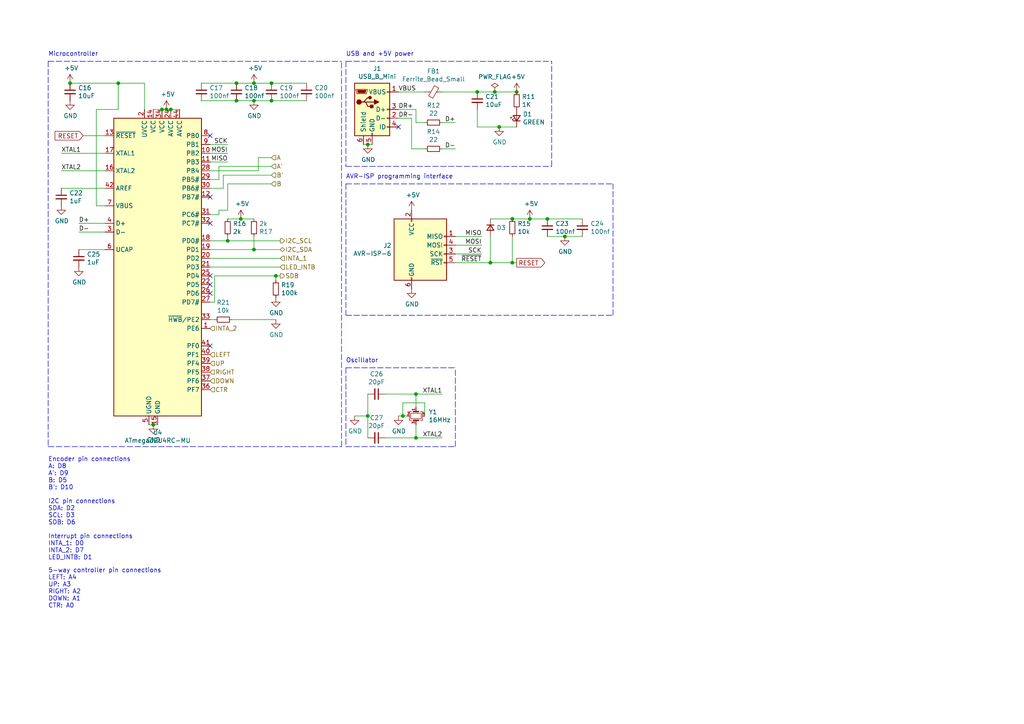
<source format=kicad_sch>
(kicad_sch (version 20211123) (generator eeschema)
  (paper "A4")
  (lib_symbols
    (symbol "CJ4-MFD-Menu-Panel:ATmega32U4RC-MU"
      (property "Reference" "U" (at -12.7 44.45 0))
      (property "Value" "ATmega32U4RC-MU" (at 2.54 -44.45 0))
      (symbol "ATmega32U4RC-MU_0_1"
        (rectangle (start -12.7 -43.18) (end 12.7 43.18) (stroke (width 0.254)) (fill (type background)))
      )
      (symbol "ATmega32U4RC-MU_1_1"
        (pin bidirectional line (at 15.24 -17.78 180) (length 2.54) (name "PE6") (number "1"))
        (pin bidirectional line (at 15.24 33.02 180) (length 2.54) (name "PB2") (number "10"))
        (pin bidirectional line (at 15.24 30.48 180) (length 2.54) (name "PB3") (number "11"))
        (pin bidirectional line (at 15.24 20.32 180) (length 2.54) (name "PB7#") (number "12"))
        (pin input line (at -15.24 38.1 0) (length 2.54) (name "~{RESET}") (number "13"))
        (pin power_in line (at -1.27 45.72 270) (length 2.54) (name "VCC") (number "14"))
        (pin power_in line (at 0 -45.72 90) (length 2.54) (name "GND") (number "15"))
        (pin output line (at -15.24 27.94 0) (length 2.54) (name "XTAL2") (number "16"))
        (pin input line (at -15.24 33.02 0) (length 2.54) (name "XTAL1") (number "17"))
        (pin bidirectional line (at 15.24 7.62 180) (length 2.54) (name "PD0#") (number "18"))
        (pin bidirectional line (at 15.24 5.08 180) (length 2.54) (name "PD1") (number "19"))
        (pin power_in line (at -3.81 45.72 270) (length 2.54) (name "UVCC") (number "2"))
        (pin bidirectional line (at 15.24 2.54 180) (length 2.54) (name "PD2") (number "20"))
        (pin bidirectional line (at 15.24 0 180) (length 2.54) (name "PD3") (number "21"))
        (pin bidirectional line (at 15.24 -5.08 180) (length 2.54) (name "PD5") (number "22"))
        (pin passive line (at 0 -45.72 90) (length 2.54) hide (name "GND") (number "23"))
        (pin power_in line (at 3.81 45.72 270) (length 2.54) (name "AVCC") (number "24"))
        (pin bidirectional line (at 15.24 -2.54 180) (length 2.54) (name "PD4") (number "25"))
        (pin bidirectional line (at 15.24 -7.62 180) (length 2.54) (name "PD6") (number "26"))
        (pin bidirectional line (at 15.24 -10.16 180) (length 2.54) (name "PD7#") (number "27"))
        (pin bidirectional line (at 15.24 27.94 180) (length 2.54) (name "PB4") (number "28"))
        (pin bidirectional line (at 15.24 25.4 180) (length 2.54) (name "PB5#") (number "29"))
        (pin bidirectional line (at -15.24 10.16 0) (length 2.54) (name "D-") (number "3"))
        (pin bidirectional line (at 15.24 22.86 180) (length 2.54) (name "PB6#") (number "30"))
        (pin bidirectional line (at 15.24 15.24 180) (length 2.54) (name "PC6#") (number "31"))
        (pin bidirectional line (at 15.24 12.7 180) (length 2.54) (name "PC7#") (number "32"))
        (pin bidirectional line (at 15.24 -15.24 180) (length 2.54) (name "~{HWB}/PE2") (number "33"))
        (pin power_in line (at 1.27 45.72 270) (length 2.54) (name "VCC") (number "34"))
        (pin passive line (at 0 -45.72 90) (length 2.54) hide (name "GND") (number "35"))
        (pin bidirectional line (at 15.24 -35.56 180) (length 2.54) (name "PF7") (number "36"))
        (pin bidirectional line (at 15.24 -33.02 180) (length 2.54) (name "PF6") (number "37"))
        (pin bidirectional line (at 15.24 -30.48 180) (length 2.54) (name "PF5") (number "38"))
        (pin bidirectional line (at 15.24 -27.94 180) (length 2.54) (name "PF4") (number "39"))
        (pin bidirectional line (at -15.24 12.7 0) (length 2.54) (name "D+") (number "4"))
        (pin bidirectional line (at 15.24 -25.4 180) (length 2.54) (name "PF1") (number "40"))
        (pin bidirectional line (at 15.24 -22.86 180) (length 2.54) (name "PF0") (number "41"))
        (pin passive line (at -15.24 22.86 0) (length 2.54) (name "AREF") (number "42"))
        (pin passive line (at 0 -45.72 90) (length 2.54) hide (name "GND") (number "43"))
        (pin power_in line (at 6.35 45.72 270) (length 2.54) (name "AVCC") (number "44"))
        (pin passive line (at 0 -45.72 90) (length 2.54) hide (name "GND") (number "45"))
        (pin passive line (at -2.54 -45.72 90) (length 2.54) (name "UGND") (number "5"))
        (pin passive line (at -15.24 5.08 0) (length 2.54) (name "UCAP") (number "6"))
        (pin input line (at -15.24 17.78 0) (length 2.54) (name "VBUS") (number "7"))
        (pin bidirectional line (at 15.24 38.1 180) (length 2.54) (name "PB0") (number "8"))
        (pin bidirectional line (at 15.24 35.56 180) (length 2.54) (name "PB1") (number "9"))
      )
    )
    (symbol "Connector:AVR-ISP-6" (pin_names (offset 1.016))
      (property "Reference" "J" (at -6.35 11.43 0))
      (property "Value" "AVR-ISP-6" (at 0 11.43 0))
      (symbol "AVR-ISP-6_0_1"
        (rectangle (start -2.667 -6.858) (end -2.413 -7.62))
        (rectangle (start -2.667 10.16) (end -2.413 9.398))
        (rectangle (start 7.62 -2.413) (end 6.858 -2.667))
        (rectangle (start 7.62 0.127) (end 6.858 -0.127))
        (rectangle (start 7.62 2.667) (end 6.858 2.413))
        (rectangle (start 7.62 5.207) (end 6.858 4.953))
        (rectangle (start 7.62 10.16) (end -7.62 -7.62) (stroke (width 0.254)) (fill (type background)))
      )
      (symbol "AVR-ISP-6_1_1"
        (pin passive line (at 10.16 5.08 180) (length 2.54) (name "MISO") (number "1"))
        (pin passive line (at -2.54 12.7 270) (length 2.54) (name "VCC") (number "2"))
        (pin passive line (at 10.16 0 180) (length 2.54) (name "SCK") (number "3"))
        (pin passive line (at 10.16 2.54 180) (length 2.54) (name "MOSI") (number "4"))
        (pin passive line (at 10.16 -2.54 180) (length 2.54) (name "~{RST}") (number "5"))
        (pin passive line (at -2.54 -10.16 90) (length 2.54) (name "GND") (number "6"))
      )
    )
    (symbol "Connector:USB_B_Mini" (pin_names (offset 1.016))
      (property "Reference" "J" (at -5.08 11.43 0))
      (property "Value" "USB_B_Mini" (at -5.08 8.89 0))
      (symbol "USB_B_Mini_0_1"
        (rectangle (start -5.08 -7.62) (end 5.08 7.62) (stroke (width 0.254)) (fill (type background)))
        (circle (center -3.81 2.159) (radius 0.635) (stroke (width 0.254)) (fill (type outline)))
        (circle (center -0.635 3.429) (radius 0.381) (stroke (width 0.254)) (fill (type outline)))
        (rectangle (start -0.127 -7.62) (end 0.127 -6.858))
        (polyline (pts (xy -1.905 2.159) (xy 0.635 2.159)) (stroke (width 0.254)))
        (polyline (pts (xy -3.175 2.159) (xy -2.54 2.159) (xy -1.27 3.429) (xy -0.635 3.429)) (stroke (width 0.254)))
        (polyline (pts (xy -2.54 2.159) (xy -1.905 2.159) (xy -1.27 0.889) (xy 0 0.889)) (stroke (width 0.254)))
        (polyline (pts (xy 0.635 2.794) (xy 0.635 1.524) (xy 1.905 2.159) (xy 0.635 2.794)) (stroke (width 0.254)) (fill (type outline)))
        (polyline (pts (xy -4.318 5.588) (xy -1.778 5.588) (xy -2.032 4.826) (xy -4.064 4.826) (xy -4.318 5.588)) (fill (type outline)))
        (polyline (pts (xy -4.699 5.842) (xy -4.699 5.588) (xy -4.445 4.826) (xy -4.445 4.572) (xy -1.651 4.572) (xy -1.651 4.826) (xy -1.397 5.588) (xy -1.397 5.842) (xy -4.699 5.842)))
        (rectangle (start 0.254 1.27) (end -0.508 0.508) (stroke (width 0.254)) (fill (type outline)))
        (rectangle (start 5.08 -5.207) (end 4.318 -4.953))
        (rectangle (start 5.08 -2.667) (end 4.318 -2.413))
        (rectangle (start 5.08 -0.127) (end 4.318 0.127))
        (rectangle (start 5.08 4.953) (end 4.318 5.207))
      )
      (symbol "USB_B_Mini_1_1"
        (pin power_out line (at 7.62 5.08 180) (length 2.54) (name "VBUS") (number "1"))
        (pin bidirectional line (at 7.62 -2.54 180) (length 2.54) (name "D-") (number "2"))
        (pin bidirectional line (at 7.62 0 180) (length 2.54) (name "D+") (number "3"))
        (pin passive line (at 7.62 -5.08 180) (length 2.54) (name "ID") (number "4"))
        (pin power_out line (at 0 -10.16 90) (length 2.54) (name "GND") (number "5"))
        (pin passive line (at -2.54 -10.16 90) (length 2.54) (name "Shield") (number "6"))
      )
    )
    (symbol "Device:C_Small" (pin_numbers hide) (pin_names (offset 0.254) hide)
      (property "Reference" "C" (at 0.254 1.778 0))
      (property "Value" "C_Small" (at 0.254 -2.032 0))
      (symbol "C_Small_0_1"
        (polyline (pts (xy -1.524 -0.508) (xy 1.524 -0.508)) (stroke (width 0.3302)))
        (polyline (pts (xy -1.524 0.508) (xy 1.524 0.508)) (stroke (width 0.3048)))
      )
      (symbol "C_Small_1_1"
        (pin passive line (at 0 2.54 270) (length 2.032) (name "~") (number "1"))
        (pin passive line (at 0 -2.54 90) (length 2.032) (name "~") (number "2"))
      )
    )
    (symbol "Device:Crystal_GND24_Small" (pin_names (offset 1.016) hide)
      (property "Reference" "Y" (at 1.27 4.445 0))
      (property "Value" "Crystal_GND24_Small" (at 1.27 2.54 0))
      (symbol "Crystal_GND24_Small_0_1"
        (rectangle (start -0.762 -1.524) (end 0.762 1.524))
        (polyline (pts (xy -1.27 -0.762) (xy -1.27 0.762)) (stroke (width 0.381)))
        (polyline (pts (xy 1.27 -0.762) (xy 1.27 0.762)) (stroke (width 0.381)))
        (polyline (pts (xy -1.27 -1.27) (xy -1.27 -1.905) (xy 1.27 -1.905) (xy 1.27 -1.27)))
        (polyline (pts (xy -1.27 1.27) (xy -1.27 1.905) (xy 1.27 1.905) (xy 1.27 1.27)))
      )
      (symbol "Crystal_GND24_Small_1_1"
        (pin passive line (at -2.54 0 0) (length 1.27) (name "1") (number "1"))
        (pin passive line (at 0 -2.54 90) (length 0.635) (name "2") (number "2"))
        (pin passive line (at 2.54 0 180) (length 1.27) (name "3") (number "3"))
        (pin passive line (at 0 2.54 270) (length 0.635) (name "4") (number "4"))
      )
    )
    (symbol "Device:D_Small" (pin_numbers hide) (pin_names (offset 0.254) hide)
      (property "Reference" "D" (at -1.27 2.032 0))
      (property "Value" "D_Small" (at -3.81 -2.032 0))
      (symbol "D_Small_0_1"
        (polyline (pts (xy -0.762 -1.016) (xy -0.762 1.016)) (stroke (width 0.254)))
        (polyline (pts (xy -0.762 0) (xy 0.762 0)))
        (polyline (pts (xy 0.762 -1.016) (xy -0.762 0) (xy 0.762 1.016) (xy 0.762 -1.016)) (stroke (width 0.254)))
      )
      (symbol "D_Small_1_1"
        (pin passive line (at -2.54 0 0) (length 1.778) (name "K") (number "1"))
        (pin passive line (at 2.54 0 180) (length 1.778) (name "A") (number "2"))
      )
    )
    (symbol "Device:Ferrite_Bead_Small" (pin_numbers hide) (pin_names (offset 0))
      (property "Reference" "FB" (at 1.905 1.27 0))
      (property "Value" "Device_Ferrite_Bead_Small" (at 1.905 -1.27 0))
      (symbol "Ferrite_Bead_Small_0_1"
        (polyline (pts (xy 0 -1.27) (xy 0 -0.7874)))
        (polyline (pts (xy 0 0.889) (xy 0 1.2954)))
        (polyline (pts (xy -1.8288 0.2794) (xy -1.1176 1.4986) (xy 1.8288 -0.2032) (xy 1.1176 -1.4224) (xy -1.8288 0.2794)))
      )
      (symbol "Ferrite_Bead_Small_1_1"
        (pin passive line (at 0 2.54 270) (length 1.27) (name "~") (number "1"))
        (pin passive line (at 0 -2.54 90) (length 1.27) (name "~") (number "2"))
      )
    )
    (symbol "Device:LED_Small" (pin_numbers hide) (pin_names (offset 0.254) hide)
      (property "Reference" "D" (at -1.27 3.175 0))
      (property "Value" "LED_Small" (at -4.445 -2.54 0))
      (symbol "LED_Small_0_1"
        (polyline (pts (xy -0.762 -1.016) (xy -0.762 1.016)) (stroke (width 0.254)))
        (polyline (pts (xy 1.016 0) (xy -0.762 0)))
        (polyline (pts (xy 0.762 -1.016) (xy -0.762 0) (xy 0.762 1.016) (xy 0.762 -1.016)) (stroke (width 0.254)))
        (polyline (pts (xy 0 0.762) (xy -0.508 1.27) (xy -0.254 1.27) (xy -0.508 1.27) (xy -0.508 1.016)))
        (polyline (pts (xy 0.508 1.27) (xy 0 1.778) (xy 0.254 1.778) (xy 0 1.778) (xy 0 1.524)))
      )
      (symbol "LED_Small_1_1"
        (pin passive line (at -2.54 0 0) (length 1.778) (name "K") (number "1"))
        (pin passive line (at 2.54 0 180) (length 1.778) (name "A") (number "2"))
      )
    )
    (symbol "Device:R_Small" (pin_numbers hide) (pin_names (offset 0.254) hide)
      (property "Reference" "R" (at 0.762 0.508 0))
      (property "Value" "R_Small" (at 0.762 -1.016 0))
      (symbol "R_Small_0_1"
        (rectangle (start -0.762 1.778) (end 0.762 -1.778) (stroke (width 0.2032)))
      )
      (symbol "R_Small_1_1"
        (pin passive line (at 0 2.54 270) (length 0.762) (name "~") (number "1"))
        (pin passive line (at 0 -2.54 90) (length 0.762) (name "~") (number "2"))
      )
    )
    (symbol "power:+5V" (power) (pin_names (offset 0))
      (property "Value" "+5V" (at 0 3.556 0))
      (symbol "+5V_0_1"
        (polyline (pts (xy -0.762 1.27) (xy 0 2.54)))
        (polyline (pts (xy 0 0) (xy 0 2.54)))
        (polyline (pts (xy 0 2.54) (xy 0.762 1.27)))
      )
      (symbol "+5V_1_1"
        (pin power_in line (at 0 0 90) (length 0) hide (name "+5V") (number "1"))
      )
    )
    (symbol "power:GND" (power) (pin_names (offset 0))
      (property "Value" "GND" (at 0 -3.81 0))
      (symbol "GND_0_1"
        (polyline (pts (xy 0 0) (xy 0 -1.27) (xy 1.27 -1.27) (xy 0 -2.54) (xy -1.27 -1.27) (xy 0 -1.27)))
      )
      (symbol "GND_1_1"
        (pin power_in line (at 0 0 270) (length 0) hide (name "GND") (number "1"))
      )
    )
    (symbol "power:PWR_FLAG" (power) (pin_numbers hide) (pin_names (offset 0) hide)
      (property "Value" "PWR_FLAG" (at 0 3.81 0))
      (symbol "PWR_FLAG_0_0"
        (pin power_out line (at 0 0 90) (length 0) (name "pwr") (number "1"))
      )
      (symbol "PWR_FLAG_0_1"
        (polyline (pts (xy 0 0) (xy 0 1.27) (xy -1.016 1.905) (xy 0 2.54) (xy 1.016 1.905) (xy 0 1.27)))
      )
    )
  )
  (junction (at 158.75 63.5))
  (junction (at 73.66 24.13))
  (junction (at 148.59 63.5))
  (junction (at 20.32 24.13))
  (junction (at 149.86 26.67))
  (junction (at 153.67 63.5))
  (junction (at 73.66 72.39))
  (junction (at 80.01 80.01))
  (junction (at 69.85 63.5))
  (junction (at 163.83 68.58))
  (junction (at 73.66 29.21))
  (junction (at 49.53 31.75))
  (junction (at 78.74 24.13))
  (junction (at 66.04 69.85))
  (junction (at 44.45 123.19))
  (junction (at 68.58 24.13))
  (junction (at 120.65 114.3))
  (junction (at 34.29 24.13))
  (junction (at 144.78 36.83))
  (junction (at 48.26 31.75))
  (junction (at 143.51 26.67))
  (junction (at 106.68 120.65))
  (junction (at 142.24 76.2))
  (junction (at 68.58 29.21))
  (junction (at 106.68 41.91))
  (junction (at 46.99 31.75))
  (junction (at 138.43 26.67))
  (junction (at 116.84 120.65))
  (junction (at 78.74 29.21))
  (junction (at 148.59 76.2))
  (junction (at 120.65 127))
  (no_connect (at 60.96 39.37))
  (no_connect (at 60.96 100.33))
  (no_connect (at 60.96 57.15))
  (no_connect (at 115.57 36.83))
  (no_connect (at 60.96 64.77))
  (no_connect (at 60.96 85.09))
  (no_connect (at 60.96 82.55))
  (no_connect (at 60.96 80.01))
  (wire (pts (xy 120.65 114.3) (xy 120.65 118.11)))
  (wire (pts (xy 30.48 49.53) (xy 17.78 49.53)))
  (wire (pts (xy 73.66 72.39) (xy 73.66 68.58)))
  (polyline (pts (xy 13.97 129.54) (xy 99.06 129.54)))
  (wire (pts (xy 111.76 114.3) (xy 120.65 114.3)))
  (polyline (pts (xy 100.33 106.68) (xy 132.08 106.68)))
  (wire (pts (xy 49.53 31.75) (xy 52.07 31.75)))
  (polyline (pts (xy 100.33 91.44) (xy 177.8 91.44)))
  (wire (pts (xy 60.96 54.61) (xy 64.77 54.61)))
  (polyline (pts (xy 160.02 48.26) (xy 160.02 17.78)))
  (wire (pts (xy 66.04 53.34) (xy 78.74 53.34)))
  (wire (pts (xy 120.65 114.3) (xy 128.27 114.3)))
  (wire (pts (xy 78.74 29.21) (xy 73.66 29.21)))
  (polyline (pts (xy 100.33 53.34) (xy 100.33 91.44)))
  (wire (pts (xy 66.04 60.96) (xy 66.04 53.34)))
  (polyline (pts (xy 100.33 129.54) (xy 132.08 129.54)))
  (wire (pts (xy 62.23 80.01) (xy 80.01 80.01)))
  (wire (pts (xy 119.38 43.18) (xy 123.19 43.18)))
  (wire (pts (xy 119.38 34.29) (xy 119.38 43.18)))
  (wire (pts (xy 153.67 63.5) (xy 158.75 63.5)))
  (wire (pts (xy 43.18 123.19) (xy 44.45 123.19)))
  (wire (pts (xy 66.04 63.5) (xy 69.85 63.5)))
  (wire (pts (xy 60.96 46.99) (xy 66.04 46.99)))
  (wire (pts (xy 48.26 31.75) (xy 49.53 31.75)))
  (wire (pts (xy 73.66 24.13) (xy 78.74 24.13)))
  (wire (pts (xy 30.48 64.77) (xy 22.86 64.77)))
  (wire (pts (xy 128.27 26.67) (xy 138.43 26.67)))
  (wire (pts (xy 44.45 123.19) (xy 45.72 123.19)))
  (wire (pts (xy 66.04 69.85) (xy 66.04 68.58)))
  (wire (pts (xy 46.99 31.75) (xy 48.26 31.75)))
  (wire (pts (xy 34.29 31.75) (xy 27.94 31.75)))
  (wire (pts (xy 68.58 29.21) (xy 58.42 29.21)))
  (wire (pts (xy 115.57 34.29) (xy 119.38 34.29)))
  (wire (pts (xy 62.23 87.63) (xy 62.23 80.01)))
  (wire (pts (xy 132.08 73.66) (xy 139.7 73.66)))
  (wire (pts (xy 81.28 74.93) (xy 60.96 74.93)))
  (polyline (pts (xy 132.08 129.54) (xy 132.08 106.68)))
  (wire (pts (xy 149.86 26.67) (xy 143.51 26.67)))
  (wire (pts (xy 148.59 63.5) (xy 153.67 63.5)))
  (wire (pts (xy 120.65 127) (xy 128.27 127)))
  (wire (pts (xy 67.31 92.71) (xy 80.01 92.71)))
  (wire (pts (xy 60.96 52.07) (xy 63.5 52.07)))
  (wire (pts (xy 144.78 36.83) (xy 149.86 36.83)))
  (wire (pts (xy 120.65 35.56) (xy 123.19 35.56)))
  (wire (pts (xy 116.84 116.84) (xy 116.84 120.65)))
  (wire (pts (xy 34.29 24.13) (xy 20.32 24.13)))
  (wire (pts (xy 116.84 120.65) (xy 115.57 120.65)))
  (polyline (pts (xy 13.97 17.78) (xy 13.97 129.54)))
  (wire (pts (xy 74.93 45.72) (xy 78.74 45.72)))
  (wire (pts (xy 63.5 52.07) (xy 63.5 48.26)))
  (wire (pts (xy 128.27 35.56) (xy 132.08 35.56)))
  (wire (pts (xy 34.29 24.13) (xy 34.29 31.75)))
  (wire (pts (xy 78.74 24.13) (xy 88.9 24.13)))
  (wire (pts (xy 30.48 67.31) (xy 22.86 67.31)))
  (wire (pts (xy 142.24 76.2) (xy 148.59 76.2)))
  (wire (pts (xy 63.5 60.96) (xy 66.04 60.96)))
  (wire (pts (xy 69.85 63.5) (xy 73.66 63.5)))
  (wire (pts (xy 138.43 31.75) (xy 138.43 36.83)))
  (wire (pts (xy 128.27 43.18) (xy 132.08 43.18)))
  (wire (pts (xy 30.48 72.39) (xy 22.86 72.39)))
  (wire (pts (xy 132.08 71.12) (xy 139.7 71.12)))
  (wire (pts (xy 30.48 44.45) (xy 17.78 44.45)))
  (polyline (pts (xy 177.8 91.44) (xy 177.8 53.34)))
  (wire (pts (xy 60.96 87.63) (xy 62.23 87.63)))
  (wire (pts (xy 81.28 80.01) (xy 80.01 80.01)))
  (wire (pts (xy 27.94 59.69) (xy 30.48 59.69)))
  (wire (pts (xy 66.04 69.85) (xy 81.28 69.85)))
  (wire (pts (xy 64.77 54.61) (xy 64.77 50.8)))
  (polyline (pts (xy 13.97 17.78) (xy 99.06 17.78)))
  (wire (pts (xy 74.93 49.53) (xy 74.93 45.72)))
  (wire (pts (xy 60.96 69.85) (xy 66.04 69.85)))
  (wire (pts (xy 106.68 114.3) (xy 106.68 120.65)))
  (wire (pts (xy 158.75 68.58) (xy 163.83 68.58)))
  (wire (pts (xy 24.13 39.37) (xy 30.48 39.37)))
  (wire (pts (xy 106.68 120.65) (xy 106.68 127)))
  (polyline (pts (xy 100.33 17.78) (xy 160.02 17.78)))
  (wire (pts (xy 60.96 62.23) (xy 63.5 62.23)))
  (wire (pts (xy 142.24 63.5) (xy 148.59 63.5)))
  (wire (pts (xy 142.24 76.2) (xy 142.24 68.58)))
  (wire (pts (xy 88.9 29.21) (xy 78.74 29.21)))
  (wire (pts (xy 123.19 116.84) (xy 116.84 116.84)))
  (wire (pts (xy 80.01 81.28) (xy 80.01 80.01)))
  (wire (pts (xy 115.57 31.75) (xy 120.65 31.75)))
  (wire (pts (xy 44.45 31.75) (xy 46.99 31.75)))
  (wire (pts (xy 120.65 123.19) (xy 120.65 127)))
  (wire (pts (xy 41.91 31.75) (xy 41.91 24.13)))
  (wire (pts (xy 163.83 68.58) (xy 168.91 68.58)))
  (wire (pts (xy 158.75 63.5) (xy 168.91 63.5)))
  (wire (pts (xy 64.77 50.8) (xy 78.74 50.8)))
  (polyline (pts (xy 99.06 129.54) (xy 99.06 17.78)))
  (wire (pts (xy 73.66 72.39) (xy 81.28 72.39)))
  (wire (pts (xy 68.58 24.13) (xy 73.66 24.13)))
  (wire (pts (xy 73.66 29.21) (xy 68.58 29.21)))
  (wire (pts (xy 41.91 24.13) (xy 34.29 24.13)))
  (wire (pts (xy 132.08 76.2) (xy 142.24 76.2)))
  (wire (pts (xy 106.68 120.65) (xy 102.87 120.65)))
  (wire (pts (xy 120.65 31.75) (xy 120.65 35.56)))
  (polyline (pts (xy 100.33 17.78) (xy 100.33 48.26)))
  (wire (pts (xy 106.68 41.91) (xy 107.95 41.91)))
  (polyline (pts (xy 100.33 53.34) (xy 177.8 53.34)))
  (wire (pts (xy 149.86 76.2) (xy 148.59 76.2)))
  (wire (pts (xy 60.96 41.91) (xy 66.04 41.91)))
  (wire (pts (xy 132.08 68.58) (xy 139.7 68.58)))
  (wire (pts (xy 63.5 48.26) (xy 78.74 48.26)))
  (wire (pts (xy 148.59 76.2) (xy 148.59 68.58)))
  (wire (pts (xy 123.19 120.65) (xy 123.19 116.84)))
  (wire (pts (xy 120.65 127) (xy 111.76 127)))
  (wire (pts (xy 60.96 72.39) (xy 73.66 72.39)))
  (wire (pts (xy 116.84 120.65) (xy 118.11 120.65)))
  (wire (pts (xy 30.48 54.61) (xy 17.78 54.61)))
  (wire (pts (xy 60.96 92.71) (xy 62.23 92.71)))
  (wire (pts (xy 63.5 62.23) (xy 63.5 60.96)))
  (wire (pts (xy 60.96 44.45) (xy 66.04 44.45)))
  (wire (pts (xy 105.41 41.91) (xy 106.68 41.91)))
  (polyline (pts (xy 100.33 106.68) (xy 100.33 129.54)))
  (wire (pts (xy 27.94 31.75) (xy 27.94 59.69)))
  (wire (pts (xy 58.42 24.13) (xy 68.58 24.13)))
  (wire (pts (xy 60.96 77.47) (xy 81.28 77.47)))
  (wire (pts (xy 60.96 49.53) (xy 74.93 49.53)))
  (wire (pts (xy 138.43 36.83) (xy 144.78 36.83)))
  (wire (pts (xy 115.57 26.67) (xy 123.19 26.67)))
  (polyline (pts (xy 100.33 48.26) (xy 160.02 48.26)))
  (wire (pts (xy 143.51 26.67) (xy 138.43 26.67)))
  (text "USB and +5V power" (at 100.33 16.51 0) (effects (font (size 1.27 1.27)) (justify left bottom)))
  (text "I2C pin connections\nSDA: D2\nSCL: D3\nSDB: D6" (at 13.97 152.4 0) (effects (font (size 1.27 1.27)) (justify left bottom)))
  (text "Encoder pin connections\nA: D8\nA': D9\nB: D5\nB': D10" (at 13.97 142.24 0) (effects (font (size 1.27 1.27)) (justify left bottom)))
  (text "AVR-ISP programming interface" (at 100.33 52.07 0) (effects (font (size 1.27 1.27)) (justify left bottom)))
  (text "Microcontroller" (at 13.97 16.51 0) (effects (font (size 1.27 1.27)) (justify left bottom)))
  (text "Oscillator" (at 100.33 105.41 0) (effects (font (size 1.27 1.27)) (justify left bottom)))
  (text "5-way controller pin connections\nLEFT: A4\nUP: A3\nRIGHT: A2\nDOWN: A1\nCTR: A0" (at 13.97 176.53 0) (effects (font (size 1.27 1.27)) (justify left bottom)))
  (text "Interrupt pin connections\nINTA_1: D0\nINTA_2: D7\nLED_INTB: D1" (at 13.97 162.56 0) (effects (font (size 1.27 1.27)) (justify left bottom)))
  (label "MOSI" (at 66.04 44.45 180))
  (label "~{RESET}" (at 139.7 76.2 180))
  (label "MOSI" (at 139.7 71.12 180))
  (label "VBUS" (at 115.57 26.67 0))
  (label "D+" (at 22.86 64.77 0))
  (label "XTAL2" (at 128.27 127 180))
  (label "XTAL1" (at 17.78 44.45 0))
  (label "DR+" (at 115.57 31.75 0))
  (label "XTAL1" (at 128.27 114.3 180))
  (label "D+" (at 132.08 35.56 180))
  (label "XTAL2" (at 17.78 49.53 0))
  (label "MISO" (at 66.04 46.99 180))
  (label "DR-" (at 115.57 34.29 0))
  (label "MISO" (at 139.7 68.58 180))
  (label "SCK" (at 139.7 73.66 180))
  (label "D-" (at 132.08 43.18 180))
  (label "D-" (at 22.86 67.31 0))
  (label "SCK" (at 66.04 41.91 180))
  (global_label "RESET" (shape output) (at 149.86 76.2 0) (property "Intersheet References" "${INTERSHEET_REFS}" (effects hide)))
  (global_label "RESET" (shape input) (at 24.13 39.37 180) (property "Intersheet References" "${INTERSHEET_REFS}" (effects hide)))
  (hierarchical_label "A" (shape input) (at 78.74 45.72 0))
  (hierarchical_label "RIGHT" (shape input) (at 60.96 107.95 0))
  (hierarchical_label "CTR" (shape input) (at 60.96 113.03 0))
  (hierarchical_label "B'" (shape input) (at 78.74 50.8 0))
  (hierarchical_label "I2C_SCL" (shape output) (at 81.28 69.85 0))
  (hierarchical_label "I2C_SDA" (shape bidirectional) (at 81.28 72.39 0))
  (hierarchical_label "LED_INTB" (shape input) (at 81.28 77.47 0))
  (hierarchical_label "DOWN" (shape input) (at 60.96 110.49 0))
  (hierarchical_label "INTA_1" (shape input) (at 81.28 74.93 0))
  (hierarchical_label "UP" (shape input) (at 60.96 105.41 0))
  (hierarchical_label "LEFT" (shape input) (at 60.96 102.87 0))
  (hierarchical_label "SDB" (shape output) (at 81.28 80.01 0))
  (hierarchical_label "B" (shape input) (at 78.74 53.34 0))
  (hierarchical_label "A'" (shape input) (at 78.74 48.26 0))
  (hierarchical_label "INTA_2" (shape input) (at 60.96 95.25 0))
  (symbol (lib_id "Connector:AVR-ISP-6") (at 121.92 73.66 0) (unit 1)
    (property "Reference" "J2" (at 113.5634 71.2216 0) (effects (justify right)))
    (property "Value" "AVR-ISP-6" (at 113.5634 73.533 0) (effects (justify right)))
    (property "Footprint" "Connector:Tag-Connect_TC2030-IDC-NL_2x03_P1.27mm_Vertical" (effects hide))
    (property "Datasheet" " ~" (effects hide))
    (property "JLC" "DNP" (effects hide))
  )
  (symbol (lib_id "power:+5V") (at 119.38 60.96 0) (unit 1)
    (property "Reference" "#PWR0115" (effects hide))
    (property "Value" "+5V" (at 119.761 56.5658 0))
  )
  (symbol (lib_id "power:GND") (at 119.38 83.82 0) (unit 1)
    (property "Reference" "#PWR0124" (effects hide))
    (property "Value" "GND" (at 119.507 88.2142 0))
  )
  (symbol (lib_id "power:+5V") (at 48.26 31.75 0)
    (property "Reference" "#PWR013" (effects hide))
    (property "Value" "+5V" (at 48.641 27.3558 0))
  )
  (symbol (lib_id "Device:C_Small") (at 20.32 26.67 0)
    (property "Reference" "C16" (at 22.6568 25.5016 0) (effects (justify left)))
    (property "Value" "10uF" (at 22.6568 27.813 0) (effects (justify left)))
    (property "Footprint" "CJ4-MFD-Menu-Panel:Perfect_0402" (effects hide))
    (property "JLC" "0402" (effects hide))
    (property "LCSC" "C15525" (effects hide))
  )
  (symbol (lib_id "power:+5V") (at 20.32 24.13 0)
    (property "Reference" "#PWR08" (effects hide))
    (property "Value" "+5V" (at 20.701 19.7358 0))
  )
  (symbol (lib_id "power:GND") (at 20.32 29.21 0)
    (property "Reference" "#PWR011" (effects hide))
    (property "Value" "GND" (at 20.447 33.6042 0))
  )
  (symbol (lib_id "Device:C_Small") (at 17.78 57.15 0)
    (property "Reference" "C22" (at 20.1168 55.9816 0) (effects (justify left)))
    (property "Value" "1uF" (at 20.1168 58.293 0) (effects (justify left)))
    (property "Footprint" "CJ4-MFD-Menu-Panel:Perfect_0402" (effects hide))
    (property "JLC" "0402" (effects hide))
    (property "LCSC" "C52923" (effects hide))
  )
  (symbol (lib_id "power:GND") (at 17.78 59.69 0)
    (property "Reference" "#PWR017" (effects hide))
    (property "Value" "GND" (at 17.907 64.0842 0))
  )
  (symbol (lib_id "Device:C_Small") (at 22.86 74.93 0)
    (property "Reference" "C25" (at 25.1968 73.7616 0) (effects (justify left)))
    (property "Value" "1uF" (at 25.1968 76.073 0) (effects (justify left)))
    (property "Footprint" "CJ4-MFD-Menu-Panel:Perfect_0402" (effects hide))
    (property "JLC" "0402" (effects hide))
    (property "LCSC" "C52923" (effects hide))
  )
  (symbol (lib_id "power:GND") (at 22.86 77.47 0)
    (property "Reference" "#PWR022" (effects hide))
    (property "Value" "GND" (at 22.987 81.8642 0))
  )
  (symbol (lib_id "power:GND") (at 80.01 92.71 0)
    (property "Reference" "#PWR026" (effects hide))
    (property "Value" "GND" (at 80.137 97.1042 0))
  )
  (symbol (lib_id "Device:R_Small") (at 64.77 92.71 270)
    (property "Reference" "R21" (at 64.77 87.7316 90))
    (property "Value" "10k" (at 64.77 90.043 90))
    (property "Footprint" "CJ4-MFD-Menu-Panel:Perfect_0402" (effects hide))
    (property "JLC" "0402" (effects hide))
    (property "LCSC" "C25744" (effects hide))
  )
  (symbol (lib_id "power:GND") (at 44.45 123.19 0)
    (property "Reference" "#PWR029" (effects hide))
    (property "Value" "GND" (at 44.577 127.5842 0))
  )
  (symbol (lib_id "Device:C_Small") (at 58.42 26.67 0)
    (property "Reference" "C17" (at 60.7568 25.5016 0) (effects (justify left)))
    (property "Value" "100nf" (at 60.7568 27.813 0) (effects (justify left)))
    (property "Footprint" "CJ4-MFD-Menu-Panel:Perfect_0402" (effects hide))
    (property "JLC" "0402" (effects hide))
    (property "LCSC" "C1525" (effects hide))
  )
  (symbol (lib_id "Device:C_Small") (at 68.58 26.67 0)
    (property "Reference" "C18" (at 70.9168 25.5016 0) (effects (justify left)))
    (property "Value" "100nf" (at 70.9168 27.813 0) (effects (justify left)))
    (property "Footprint" "CJ4-MFD-Menu-Panel:Perfect_0402" (effects hide))
    (property "JLC" "0402" (effects hide))
    (property "LCSC" "C1525" (effects hide))
  )
  (symbol (lib_id "Device:C_Small") (at 78.74 26.67 0)
    (property "Reference" "C19" (at 81.0768 25.5016 0) (effects (justify left)))
    (property "Value" "100nf" (at 81.0768 27.813 0) (effects (justify left)))
    (property "Footprint" "CJ4-MFD-Menu-Panel:Perfect_0402" (effects hide))
    (property "JLC" "0402" (effects hide))
    (property "LCSC" "C1525" (effects hide))
  )
  (symbol (lib_id "Device:C_Small") (at 88.9 26.67 0)
    (property "Reference" "C20" (at 91.2368 25.5016 0) (effects (justify left)))
    (property "Value" "100nf" (at 91.2368 27.813 0) (effects (justify left)))
    (property "Footprint" "CJ4-MFD-Menu-Panel:Perfect_0402" (effects hide))
    (property "JLC" "0402" (effects hide))
    (property "LCSC" "C1525" (effects hide))
  )
  (symbol (lib_id "power:+5V") (at 73.66 24.13 0)
    (property "Reference" "#PWR09" (effects hide))
    (property "Value" "+5V" (at 74.041 19.7358 0))
  )
  (symbol (lib_id "power:GND") (at 73.66 29.21 0)
    (property "Reference" "#PWR012" (effects hide))
    (property "Value" "GND" (at 73.787 33.6042 0))
  )
  (symbol (lib_id "Connector:USB_B_Mini") (at 107.95 31.75 0)
    (property "Reference" "J1" (at 109.3978 19.8882 0))
    (property "Value" "USB_B_Mini" (at 109.3978 22.1996 0))
    (property "Footprint" "CJ4-MFD-Menu-Panel:USB_B_Mini_Amphenol_UE25BE5510H" (effects hide))
    (property "JLC" "DNP" (effects hide))
  )
  (symbol (lib_id "Device:Ferrite_Bead_Small") (at 125.73 26.67 270)
    (property "Reference" "FB1" (at 125.73 20.6502 90))
    (property "Value" "Ferrite_Bead_Small" (at 125.73 22.9616 90))
    (property "Footprint" "Capacitor_SMD:C_0805_2012Metric" (effects hide))
    (property "JLC" "0805" (effects hide))
    (property "LCSC" "C1017" (effects hide))
  )
  (symbol (lib_id "Device:R_Small") (at 125.73 35.56 270)
    (property "Reference" "R12" (at 125.73 30.5816 90))
    (property "Value" "22" (at 125.73 32.893 90))
    (property "Footprint" "CJ4-MFD-Menu-Panel:Perfect_0402" (effects hide))
    (property "JLC" "0402" (effects hide))
    (property "LCSC" "C25092" (effects hide))
  )
  (symbol (lib_id "Device:R_Small") (at 125.73 43.18 270)
    (property "Reference" "R14" (at 125.73 38.2016 90))
    (property "Value" "22" (at 125.73 40.513 90))
    (property "Footprint" "CJ4-MFD-Menu-Panel:Perfect_0402" (effects hide))
    (property "JLC" "0402" (effects hide))
    (property "LCSC" "C25092" (effects hide))
  )
  (symbol (lib_id "power:GND") (at 106.68 41.91 0)
    (property "Reference" "#PWR015" (effects hide))
    (property "Value" "GND" (at 106.807 46.3042 0))
  )
  (symbol (lib_id "Device:C_Small") (at 138.43 29.21 0)
    (property "Reference" "C21" (at 140.7668 28.0416 0) (effects (justify left)))
    (property "Value" "10uF" (at 140.7668 30.353 0) (effects (justify left)))
    (property "Footprint" "CJ4-MFD-Menu-Panel:Perfect_0402" (effects hide))
    (property "JLC" "0402" (effects hide))
    (property "LCSC" "C15525" (effects hide))
  )
  (symbol (lib_id "Device:R_Small") (at 149.86 29.21 0)
    (property "Reference" "R11" (at 151.3586 28.0416 0) (effects (justify left)))
    (property "Value" "1K" (at 151.3586 30.353 0) (effects (justify left)))
    (property "Footprint" "CJ4-MFD-Menu-Panel:Perfect_0402" (effects hide))
    (property "JLC" "0402" (effects hide))
    (property "LCSC" "C11702" (effects hide))
  )
  (symbol (lib_id "Device:LED_Small") (at 149.86 34.29 90)
    (property "Reference" "D1" (at 151.638 33.1216 90) (effects (justify right)))
    (property "Value" "GREEN" (at 151.638 35.433 90) (effects (justify right)))
    (property "Footprint" "LED_SMD:LED_0805_2012Metric_Pad1.15x1.40mm_HandSolder" (effects hide))
    (property "JLC" "DNP" (effects hide))
  )
  (symbol (lib_id "power:+5V") (at 149.86 26.67 0)
    (property "Reference" "#PWR010" (effects hide))
    (property "Value" "+5V" (at 150.241 22.2758 0))
  )
  (symbol (lib_id "power:GND") (at 144.78 36.83 0)
    (property "Reference" "#PWR014" (effects hide))
    (property "Value" "GND" (at 144.907 41.2242 0))
  )
  (symbol (lib_id "power:PWR_FLAG") (at 143.51 26.67 0)
    (property "Reference" "#FLG01" (effects hide))
    (property "Value" "PWR_FLAG" (at 143.51 22.2758 0))
  )
  (symbol (lib_id "Device:Crystal_GND24_Small") (at 120.65 120.65 270)
    (property "Reference" "Y1" (at 124.3076 119.4816 90) (effects (justify left)))
    (property "Value" "16MHz" (at 124.3076 121.793 90) (effects (justify left)))
    (property "Footprint" "Crystal:Crystal_SMD_3225-4Pin_3.2x2.5mm" (effects hide))
    (property "JLC" "SMD-CRY-3225_4P" (effects hide))
    (property "LCSC" "C13738" (effects hide))
  )
  (symbol (lib_id "power:GND") (at 115.57 120.65 0)
    (property "Reference" "#PWR028" (effects hide))
    (property "Value" "GND" (at 115.697 125.0442 0))
  )
  (symbol (lib_id "Device:C_Small") (at 109.22 114.3 270)
    (property "Reference" "C26" (at 109.22 108.4834 90))
    (property "Value" "20pF" (at 109.22 110.7948 90))
    (property "Footprint" "CJ4-MFD-Menu-Panel:Perfect_0402" (effects hide))
    (property "JLC" "0402" (effects hide))
    (property "LCSC" "C1554" (effects hide))
  )
  (symbol (lib_id "Device:C_Small") (at 109.22 127 270)
    (property "Reference" "C27" (at 109.22 121.1834 90))
    (property "Value" "20pF" (at 109.22 123.4948 90))
    (property "Footprint" "CJ4-MFD-Menu-Panel:Perfect_0402" (effects hide))
    (property "JLC" "0402" (effects hide))
    (property "LCSC" "C1554" (effects hide))
  )
  (symbol (lib_id "power:GND") (at 102.87 120.65 0)
    (property "Reference" "#PWR027" (effects hide))
    (property "Value" "GND" (at 102.997 125.0442 0))
  )
  (symbol (lib_id "power:+5V") (at 153.67 63.5 0)
    (property "Reference" "#PWR019" (effects hide))
    (property "Value" "+5V" (at 154.051 59.1058 0))
  )
  (symbol (lib_id "power:GND") (at 163.83 68.58 0)
    (property "Reference" "#PWR021" (effects hide))
    (property "Value" "GND" (at 163.957 72.9742 0))
  )
  (symbol (lib_id "Device:C_Small") (at 168.91 66.04 0)
    (property "Reference" "C24" (at 171.2468 64.8716 0) (effects (justify left)))
    (property "Value" "100nf" (at 171.2468 67.183 0) (effects (justify left)))
    (property "Footprint" "CJ4-MFD-Menu-Panel:Perfect_0402" (effects hide))
    (property "JLC" "0402" (effects hide))
    (property "LCSC" "C1525" (effects hide))
  )
  (symbol (lib_id "Device:C_Small") (at 158.75 66.04 0)
    (property "Reference" "C23" (at 161.0868 64.8716 0) (effects (justify left)))
    (property "Value" "100nf" (at 161.0868 67.183 0) (effects (justify left)))
    (property "Footprint" "CJ4-MFD-Menu-Panel:Perfect_0402" (effects hide))
    (property "JLC" "0402" (effects hide))
    (property "LCSC" "C1525" (effects hide))
  )
  (symbol (lib_id "Device:R_Small") (at 148.59 66.04 0)
    (property "Reference" "R15" (at 150.0886 64.8716 0) (effects (justify left)))
    (property "Value" "10k" (at 150.0886 67.183 0) (effects (justify left)))
    (property "Footprint" "CJ4-MFD-Menu-Panel:Perfect_0402" (effects hide))
    (property "JLC" "0402" (effects hide))
    (property "LCSC" "C25744" (effects hide))
  )
  (symbol (lib_id "Device:D_Small") (at 142.24 66.04 270)
    (property "Reference" "D3" (at 144.018 66.04 90) (effects (justify left)))
    (property "Value" "D_Small" (effects hide))
    (property "Footprint" "Diode_SMD:D_SOD-323F" (effects hide))
    (property "JLC" "SOD-323F" (effects hide))
    (property "LCSC" "C2128" (effects hide))
  )
  (symbol (lib_id "Device:R_Small") (at 66.04 66.04 0) (unit 1)
    (property "Reference" "R16" (at 67.5386 64.8716 0) (effects (justify left)))
    (property "Value" "2k" (at 67.5386 67.183 0) (effects (justify left)))
    (property "Footprint" "Resistor_SMD:R_0805_2012Metric_Pad1.20x1.40mm_HandSolder" (effects hide))
    (property "JLC" "0805" (effects hide))
    (property "LCSC" "C17604" (effects hide))
  )
  (symbol (lib_id "Device:R_Small") (at 73.66 66.04 0) (mirror x) (unit 1)
    (property "Reference" "R17" (at 75.1586 67.2084 0) (effects (justify left)))
    (property "Value" "2k" (at 75.1586 64.897 0) (effects (justify left)))
    (property "Footprint" "Resistor_SMD:R_0805_2012Metric_Pad1.20x1.40mm_HandSolder" (effects hide))
    (property "JLC" "0805" (effects hide))
    (property "LCSC" "C17604" (effects hide))
  )
  (symbol (lib_id "power:+5V") (at 69.85 63.5 0) (unit 1)
    (property "Reference" "#PWR020" (effects hide))
    (property "Value" "+5V" (at 70.231 59.1058 0))
  )
  (symbol (lib_id "Device:R_Small") (at 80.01 83.82 0)
    (property "Reference" "R19" (at 81.5086 82.6516 0) (effects (justify left)))
    (property "Value" "100k" (at 81.5086 84.963 0) (effects (justify left)))
    (property "Footprint" "CJ4-MFD-Menu-Panel:Perfect_0402" (effects hide))
    (property "JLC" "0402" (effects hide))
    (property "LCSC" "C25741" (effects hide))
  )
  (symbol (lib_id "power:GND") (at 80.01 86.36 0)
    (property "Reference" "#PWR025" (effects hide))
    (property "Value" "GND" (at 80.137 90.7542 0))
  )
  (symbol (lib_id "CJ4-MFD-Menu-Panel:ATmega32U4RC-MU") (at 45.72 77.47 0) (unit 1)
    (property "Reference" "U4" (at 45.72 125.4506 0))
    (property "Value" "ATmega32U4RC-MU" (at 45.72 127.762 0))
    (property "Footprint" "Package_DFN_QFN:QFN-44-1EP_7x7mm_P0.5mm_EP5.2x5.2mm" (effects hide))
    (property "Datasheet" "http://ww1.microchip.com/downloads/en/DeviceDoc/Atmel-7766-8-bit-AVR-ATmega16U4-32U4_Datasheet.pdf" (effects hide))
    (property "JLC" "DNP" (effects hide))
  )
)
</source>
